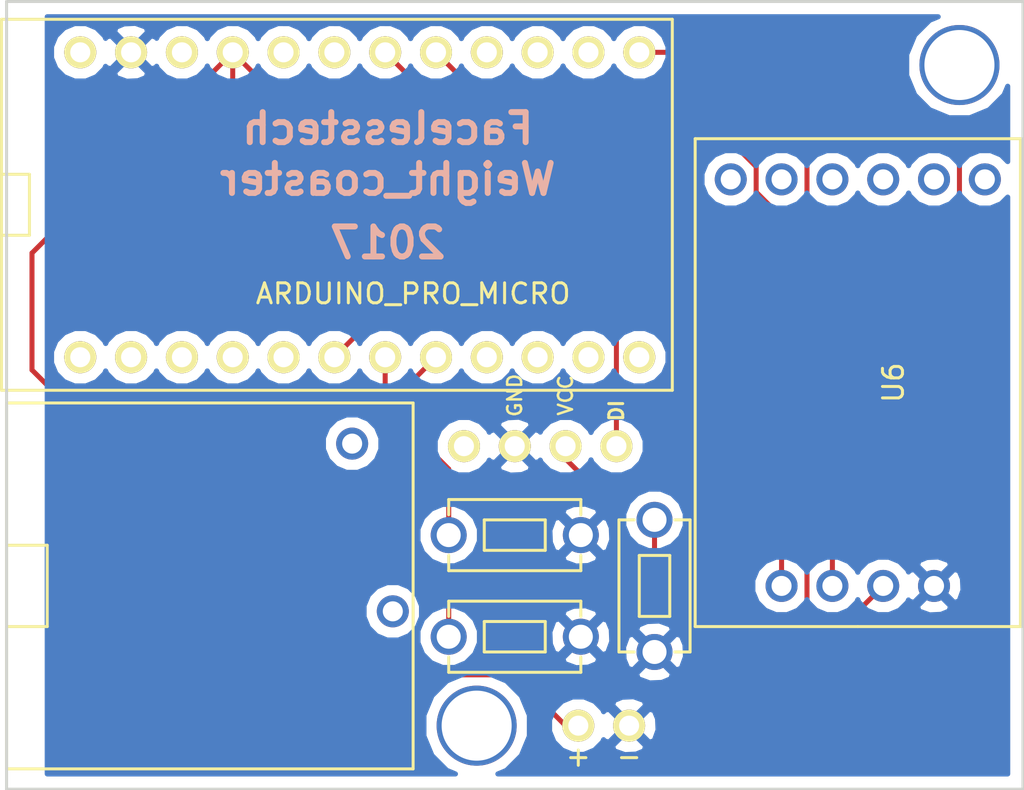
<source format=kicad_pcb>
(kicad_pcb (version 4) (host pcbnew 4.0.5+dfsg1-4)

  (general
    (links 15)
    (no_connects 0)
    (area 169.650999 85.512 224.909763 128.837)
    (thickness 1.6)
    (drawings 7)
    (tracks 60)
    (zones 0)
    (modules 10)
    (nets 36)
  )

  (page A4)
  (layers
    (0 F.Cu signal)
    (31 B.Cu signal)
    (32 B.Adhes user)
    (33 F.Adhes user)
    (34 B.Paste user)
    (35 F.Paste user)
    (36 B.SilkS user)
    (37 F.SilkS user)
    (38 B.Mask user)
    (39 F.Mask user)
    (40 Dwgs.User user)
    (41 Cmts.User user)
    (42 Eco1.User user)
    (43 Eco2.User user)
    (44 Edge.Cuts user)
    (45 Margin user)
    (46 B.CrtYd user)
    (47 F.CrtYd user)
    (48 B.Fab user)
    (49 F.Fab user)
  )

  (setup
    (last_trace_width 0.25)
    (trace_clearance 0.2)
    (zone_clearance 0.508)
    (zone_45_only no)
    (trace_min 0.2)
    (segment_width 0.2)
    (edge_width 0.15)
    (via_size 0.6)
    (via_drill 0.4)
    (via_min_size 0.4)
    (via_min_drill 0.3)
    (uvia_size 0.3)
    (uvia_drill 0.1)
    (uvias_allowed no)
    (uvia_min_size 0.2)
    (uvia_min_drill 0.1)
    (pcb_text_width 0.3)
    (pcb_text_size 1.5 1.5)
    (mod_edge_width 0.15)
    (mod_text_size 1 1)
    (mod_text_width 0.15)
    (pad_size 1.6 1.6)
    (pad_drill 1)
    (pad_to_mask_clearance 0.2)
    (aux_axis_origin 0 0)
    (visible_elements FFFFFF7F)
    (pcbplotparams
      (layerselection 0x010f0_80000001)
      (usegerberextensions false)
      (excludeedgelayer true)
      (linewidth 0.100000)
      (plotframeref false)
      (viasonmask false)
      (mode 1)
      (useauxorigin false)
      (hpglpennumber 1)
      (hpglpenspeed 20)
      (hpglpendiameter 15)
      (hpglpenoverlay 2)
      (psnegative false)
      (psa4output false)
      (plotreference true)
      (plotvalue true)
      (plotinvisibletext false)
      (padsonsilk false)
      (subtractmaskfromsilk false)
      (outputformat 1)
      (mirror false)
      (drillshape 0)
      (scaleselection 1)
      (outputdirectory gerber/))
  )

  (net 0 "")
  (net 1 "Net-(U1-Pad3)")
  (net 2 "Net-(U1-Pad2)")
  (net 3 "Net-(U1-Pad1)")
  (net 4 "Net-(U3-Pad12)")
  (net 5 "Net-(U3-Pad11)")
  (net 6 "Net-(U3-Pad13)")
  (net 7 "Net-(U3-Pad10)")
  (net 8 "Net-(U3-Pad9)")
  (net 9 "Net-(U3-Pad8)")
  (net 10 "Net-(U2-Pad2)")
  (net 11 "Net-(U3-Pad5)")
  (net 12 "Net-(U3-Pad4)")
  (net 13 "Net-(U3-Pad3)")
  (net 14 "Net-(U3-Pad2)")
  (net 15 "Net-(U3-Pad1)")
  (net 16 "Net-(U3-Pad14)")
  (net 17 "Net-(U3-Pad15)")
  (net 18 "Net-(U3-Pad16)")
  (net 19 "Net-(U3-Pad17)")
  (net 20 "Net-(U3-Pad18)")
  (net 21 "Net-(U3-Pad19)")
  (net 22 "Net-(U3-Pad20)")
  (net 23 "Net-(U3-Pad22)")
  (net 24 "Net-(U3-Pad24)")
  (net 25 "Net-(U6-Pad3)")
  (net 26 "Net-(U6-Pad2)")
  (net 27 "Net-(U6-Pad1)")
  (net 28 "Net-(U6-Pad5)")
  (net 29 "Net-(U6-Pad6)")
  (net 30 "Net-(U6-Pad4)")
  (net 31 "Net-(U1-Pad4)")
  (net 32 "Net-(U8-Pad1)")
  (net 33 "Net-(U8-Pad2)")
  (net 34 "Net-(U9-Pad1)")
  (net 35 "Net-(U10-Pad1)")

  (net_class Default "This is the default net class."
    (clearance 0.2)
    (trace_width 0.25)
    (via_dia 0.6)
    (via_drill 0.4)
    (uvia_dia 0.3)
    (uvia_drill 0.1)
    (add_net "Net-(U1-Pad1)")
    (add_net "Net-(U1-Pad2)")
    (add_net "Net-(U1-Pad3)")
    (add_net "Net-(U1-Pad4)")
    (add_net "Net-(U10-Pad1)")
    (add_net "Net-(U2-Pad2)")
    (add_net "Net-(U3-Pad1)")
    (add_net "Net-(U3-Pad10)")
    (add_net "Net-(U3-Pad11)")
    (add_net "Net-(U3-Pad12)")
    (add_net "Net-(U3-Pad13)")
    (add_net "Net-(U3-Pad14)")
    (add_net "Net-(U3-Pad15)")
    (add_net "Net-(U3-Pad16)")
    (add_net "Net-(U3-Pad17)")
    (add_net "Net-(U3-Pad18)")
    (add_net "Net-(U3-Pad19)")
    (add_net "Net-(U3-Pad2)")
    (add_net "Net-(U3-Pad20)")
    (add_net "Net-(U3-Pad22)")
    (add_net "Net-(U3-Pad24)")
    (add_net "Net-(U3-Pad3)")
    (add_net "Net-(U3-Pad4)")
    (add_net "Net-(U3-Pad5)")
    (add_net "Net-(U3-Pad8)")
    (add_net "Net-(U3-Pad9)")
    (add_net "Net-(U6-Pad1)")
    (add_net "Net-(U6-Pad2)")
    (add_net "Net-(U6-Pad3)")
    (add_net "Net-(U6-Pad4)")
    (add_net "Net-(U6-Pad5)")
    (add_net "Net-(U6-Pad6)")
    (add_net "Net-(U8-Pad1)")
    (add_net "Net-(U8-Pad2)")
    (add_net "Net-(U9-Pad1)")
  )

  (module hx711:hx711 (layer F.Cu) (tedit 599996DA) (tstamp 5999988F)
    (at 212.725 105.41 90)
    (path /5995D8F6)
    (fp_text reference U6 (at 0 1.778 90) (layer F.SilkS)
      (effects (font (size 1 1) (thickness 0.15)))
    )
    (fp_text value HX711 (at 0 -3.048 90) (layer F.Fab)
      (effects (font (size 1 1) (thickness 0.15)))
    )
    (fp_line (start -12.192 0) (end -12.192 -8.128) (layer F.SilkS) (width 0.15))
    (fp_line (start -12.192 -8.128) (end 12.192 -8.128) (layer F.SilkS) (width 0.15))
    (fp_line (start 12.192 -8.128) (end 12.192 8.128) (layer F.SilkS) (width 0.15))
    (fp_line (start 12.192 8.128) (end -12.192 8.128) (layer F.SilkS) (width 0.15))
    (fp_line (start -12.192 8.128) (end -12.192 0) (layer F.SilkS) (width 0.15))
    (pad 10 thru_hole circle (at -10.16 -3.81 90) (size 1.6 1.6) (drill 1) (layers *.Cu *.Mask)
      (net 2 "Net-(U1-Pad2)"))
    (pad 9 thru_hole circle (at -10.16 -1.27 90) (size 1.6 1.6) (drill 1) (layers *.Cu *.Mask)
      (net 19 "Net-(U3-Pad17)"))
    (pad 8 thru_hole circle (at -10.16 1.27 90) (size 1.6 1.6) (drill 1) (layers *.Cu *.Mask)
      (net 20 "Net-(U3-Pad18)"))
    (pad 7 thru_hole circle (at -10.16 3.81 90) (size 1.6 1.6) (drill 1) (layers *.Cu *.Mask)
      (net 1 "Net-(U1-Pad3)"))
    (pad 3 thru_hole circle (at 10.16 1.27 90) (size 1.6 1.6) (drill 1) (layers *.Cu *.Mask)
      (net 25 "Net-(U6-Pad3)"))
    (pad 2 thru_hole circle (at 10.16 3.81 90) (size 1.6 1.6) (drill 1) (layers *.Cu *.Mask)
      (net 26 "Net-(U6-Pad2)"))
    (pad 1 thru_hole circle (at 10.16 6.35 90) (size 1.6 1.6) (drill 1) (layers *.Cu *.Mask)
      (net 27 "Net-(U6-Pad1)"))
    (pad 5 thru_hole circle (at 10.16 -3.81 90) (size 1.6 1.6) (drill 1) (layers *.Cu *.Mask)
      (net 28 "Net-(U6-Pad5)"))
    (pad 6 thru_hole circle (at 10.16 -6.35 90) (size 1.6 1.6) (drill 1) (layers *.Cu *.Mask)
      (net 29 "Net-(U6-Pad6)"))
    (pad 4 thru_hole circle (at 10.16 -1.27 90) (size 1.6 1.6) (drill 1) (layers *.Cu *.Mask)
      (net 30 "Net-(U6-Pad4)"))
  )

  (module pound_shop_power_bank_custom:pound_shop_power_bank_custom (layer F.Cu) (tedit 59A2C56B) (tstamp 59A15CE1)
    (at 180.34 115.57 90)
    (path /59A15C8D)
    (fp_text reference U8 (at 12.446 0 180) (layer F.SilkS) hide
      (effects (font (size 1 1) (thickness 0.15)))
    )
    (fp_text value power_bank_board (at -12.192 0 180) (layer F.Fab) hide
      (effects (font (size 1 1) (thickness 0.15)))
    )
    (fp_line (start -2.032 -10.16) (end -2.032 -8.128) (layer F.SilkS) (width 0.15))
    (fp_line (start -2.032 -8.128) (end 2.032 -8.128) (layer F.SilkS) (width 0.15))
    (fp_line (start 2.032 -8.128) (end 2.032 -10.16) (layer F.SilkS) (width 0.15))
    (fp_line (start -9.144 -10.16) (end -9.144 10.16) (layer F.SilkS) (width 0.15))
    (fp_line (start -9.144 10.16) (end 9.144 10.16) (layer F.SilkS) (width 0.15))
    (fp_line (start 9.144 10.16) (end 9.144 -10.16) (layer F.SilkS) (width 0.15))
    (fp_line (start 9.144 -10.16) (end -9.144 -10.16) (layer F.SilkS) (width 0.15))
    (pad 1 thru_hole circle (at 7.112 7.112 90) (size 1.6 1.6) (drill 1) (layers *.Cu *.Mask)
      (net 32 "Net-(U8-Pad1)"))
    (pad 2 thru_hole circle (at -1.27 9.144 90) (size 1.6 1.6) (drill 1) (layers *.Cu *.Mask)
      (net 33 "Net-(U8-Pad2)"))
  )

  (module small_button_2pin_custom:small_button_2pin_custom (layer F.Cu) (tedit 59A2CC2B) (tstamp 59998F24)
    (at 195.58 118.11)
    (path /599726D5)
    (fp_text reference U2 (at -0.254 4.064) (layer F.SilkS) hide
      (effects (font (size 1 1) (thickness 0.15)))
    )
    (fp_text value push_button (at 0 -3.302) (layer F.Fab) hide
      (effects (font (size 1 1) (thickness 0.15)))
    )
    (fp_line (start -1.524 -0.762) (end -1.524 0.762) (layer F.SilkS) (width 0.15))
    (fp_line (start -1.524 0.762) (end 1.524 0.762) (layer F.SilkS) (width 0.15))
    (fp_line (start 1.524 0.762) (end 1.524 -0.762) (layer F.SilkS) (width 0.15))
    (fp_line (start 1.524 -0.762) (end -1.524 -0.762) (layer F.SilkS) (width 0.15))
    (fp_line (start -3.302 1.016) (end -3.302 1.778) (layer F.SilkS) (width 0.15))
    (fp_line (start -3.302 1.778) (end 3.302 1.778) (layer F.SilkS) (width 0.15))
    (fp_line (start 3.302 1.778) (end 3.302 1.016) (layer F.SilkS) (width 0.15))
    (fp_line (start -3.302 -1.778) (end -3.302 -1.016) (layer F.SilkS) (width 0.15))
    (fp_line (start -3.302 -1.778) (end 3.302 -1.778) (layer F.SilkS) (width 0.15))
    (fp_line (start 3.302 -1.778) (end 3.302 -1.016) (layer F.SilkS) (width 0.15))
    (pad 1 thru_hole circle (at 3.302 0) (size 1.8 1.8) (drill 1.2) (layers *.Cu *.Mask)
      (net 1 "Net-(U1-Pad3)"))
    (pad 2 thru_hole circle (at -3.302 0) (size 1.8 1.8) (drill 1.2) (layers *.Cu *.Mask)
      (net 10 "Net-(U2-Pad2)"))
  )

  (module arduino_leonard_custom:arduino_leonardo (layer F.Cu) (tedit 59A2C657) (tstamp 59998631)
    (at 186.69 96.52 90)
    (path /5994A629)
    (fp_text reference U3 (at 3.175 0 180) (layer F.SilkS) hide
      (effects (font (size 1 1) (thickness 0.15)))
    )
    (fp_text value ARDUINO_PRO_MICRO (at -4.445 3.81 180) (layer F.SilkS)
      (effects (font (size 1 1) (thickness 0.15)))
    )
    (fp_line (start -1.524 -16.764) (end -1.524 -15.367) (layer F.SilkS) (width 0.15))
    (fp_line (start -1.524 -15.367) (end 1.524 -15.367) (layer F.SilkS) (width 0.15))
    (fp_line (start 1.524 -15.367) (end 1.524 -16.764) (layer F.SilkS) (width 0.15))
    (fp_line (start 9.144 -16.764) (end 9.271 -16.764) (layer F.SilkS) (width 0.15))
    (fp_line (start 9.271 -16.764) (end 9.271 16.764) (layer F.SilkS) (width 0.15))
    (fp_line (start 9.271 16.764) (end -9.271 16.764) (layer F.SilkS) (width 0.15))
    (fp_line (start -9.271 16.764) (end -9.271 -16.764) (layer F.SilkS) (width 0.15))
    (fp_line (start -9.271 -16.764) (end 9.144 -16.764) (layer F.SilkS) (width 0.15))
    (pad 12 thru_hole circle (at -7.62 15.113 90) (size 1.6 1.6) (drill 1) (layers *.Cu *.Mask F.SilkS)
      (net 4 "Net-(U3-Pad12)"))
    (pad 11 thru_hole circle (at -7.62 12.573 90) (size 1.6 1.6) (drill 1) (layers *.Cu *.Mask F.SilkS)
      (net 5 "Net-(U3-Pad11)"))
    (pad 13 thru_hole circle (at 7.62 15.113 90) (size 1.6 1.6) (drill 1) (layers *.Cu *.Mask F.SilkS)
      (net 6 "Net-(U3-Pad13)"))
    (pad 10 thru_hole circle (at -7.62 10.033 90) (size 1.6 1.6) (drill 1) (layers *.Cu *.Mask F.SilkS)
      (net 7 "Net-(U3-Pad10)"))
    (pad 9 thru_hole circle (at -7.62 7.493 90) (size 1.6 1.6) (drill 1) (layers *.Cu *.Mask F.SilkS)
      (net 8 "Net-(U3-Pad9)"))
    (pad 8 thru_hole circle (at -7.62 4.953 90) (size 1.6 1.6) (drill 1) (layers *.Cu *.Mask F.SilkS)
      (net 9 "Net-(U3-Pad8)"))
    (pad 7 thru_hole circle (at -7.62 2.413 90) (size 1.6 1.6) (drill 1) (layers *.Cu *.Mask F.SilkS)
      (net 10 "Net-(U2-Pad2)"))
    (pad 6 thru_hole circle (at -7.62 -0.127 90) (size 1.6 1.6) (drill 1) (layers *.Cu *.Mask F.SilkS)
      (net 3 "Net-(U1-Pad1)"))
    (pad 5 thru_hole circle (at -7.62 -2.667 90) (size 1.6 1.6) (drill 1) (layers *.Cu *.Mask F.SilkS)
      (net 11 "Net-(U3-Pad5)"))
    (pad 4 thru_hole circle (at -7.62 -5.207 90) (size 1.6 1.6) (drill 1) (layers *.Cu *.Mask F.SilkS)
      (net 12 "Net-(U3-Pad4)"))
    (pad 3 thru_hole circle (at -7.62 -7.747 90) (size 1.6 1.6) (drill 1) (layers *.Cu *.Mask F.SilkS)
      (net 13 "Net-(U3-Pad3)"))
    (pad 2 thru_hole circle (at -7.62 -10.287 90) (size 1.6 1.6) (drill 1) (layers *.Cu *.Mask F.SilkS)
      (net 14 "Net-(U3-Pad2)"))
    (pad 1 thru_hole circle (at -7.62 -12.827 90) (size 1.6 1.6) (drill 1) (layers *.Cu *.Mask F.SilkS)
      (net 15 "Net-(U3-Pad1)"))
    (pad 14 thru_hole circle (at 7.62 12.573 90) (size 1.6 1.6) (drill 1) (layers *.Cu *.Mask F.SilkS)
      (net 16 "Net-(U3-Pad14)"))
    (pad 15 thru_hole circle (at 7.62 10.033 90) (size 1.6 1.6) (drill 1) (layers *.Cu *.Mask F.SilkS)
      (net 17 "Net-(U3-Pad15)"))
    (pad 16 thru_hole circle (at 7.62 7.493 90) (size 1.6 1.6) (drill 1) (layers *.Cu *.Mask F.SilkS)
      (net 18 "Net-(U3-Pad16)"))
    (pad 17 thru_hole circle (at 7.62 4.953 90) (size 1.6 1.6) (drill 1) (layers *.Cu *.Mask F.SilkS)
      (net 19 "Net-(U3-Pad17)"))
    (pad 18 thru_hole circle (at 7.62 2.413 90) (size 1.6 1.6) (drill 1) (layers *.Cu *.Mask F.SilkS)
      (net 20 "Net-(U3-Pad18)"))
    (pad 19 thru_hole circle (at 7.62 -0.127 90) (size 1.6 1.6) (drill 1) (layers *.Cu *.Mask F.SilkS)
      (net 21 "Net-(U3-Pad19)"))
    (pad 20 thru_hole circle (at 7.62 -2.667 90) (size 1.6 1.6) (drill 1) (layers *.Cu *.Mask F.SilkS)
      (net 22 "Net-(U3-Pad20)"))
    (pad 21 thru_hole circle (at 7.62 -5.207 90) (size 1.6 1.6) (drill 1) (layers *.Cu *.Mask F.SilkS)
      (net 2 "Net-(U1-Pad2)"))
    (pad 22 thru_hole circle (at 7.62 -7.747 90) (size 1.6 1.6) (drill 1) (layers *.Cu *.Mask F.SilkS)
      (net 23 "Net-(U3-Pad22)"))
    (pad 23 thru_hole circle (at 7.62 -10.287 90) (size 1.6 1.6) (drill 1) (layers *.Cu *.Mask F.SilkS)
      (net 1 "Net-(U1-Pad3)"))
    (pad 24 thru_hole circle (at 7.62 -12.827 90) (size 1.6 1.6) (drill 1) (layers *.Cu *.Mask F.SilkS)
      (net 24 "Net-(U3-Pad24)"))
  )

  (module small_button_2pin_custom:small_button_2pin_custom (layer F.Cu) (tedit 59A2C54B) (tstamp 59998F34)
    (at 195.58 113.03)
    (path /59972651)
    (fp_text reference U4 (at -0.254 4.064) (layer F.SilkS) hide
      (effects (font (size 1 1) (thickness 0.15)))
    )
    (fp_text value push_button (at 0 -3.302) (layer F.Fab) hide
      (effects (font (size 1 1) (thickness 0.15)))
    )
    (fp_line (start -1.524 -0.762) (end -1.524 0.762) (layer F.SilkS) (width 0.15))
    (fp_line (start -1.524 0.762) (end 1.524 0.762) (layer F.SilkS) (width 0.15))
    (fp_line (start 1.524 0.762) (end 1.524 -0.762) (layer F.SilkS) (width 0.15))
    (fp_line (start 1.524 -0.762) (end -1.524 -0.762) (layer F.SilkS) (width 0.15))
    (fp_line (start -3.302 1.016) (end -3.302 1.778) (layer F.SilkS) (width 0.15))
    (fp_line (start -3.302 1.778) (end 3.302 1.778) (layer F.SilkS) (width 0.15))
    (fp_line (start 3.302 1.778) (end 3.302 1.016) (layer F.SilkS) (width 0.15))
    (fp_line (start -3.302 -1.778) (end -3.302 -1.016) (layer F.SilkS) (width 0.15))
    (fp_line (start -3.302 -1.778) (end 3.302 -1.778) (layer F.SilkS) (width 0.15))
    (fp_line (start 3.302 -1.778) (end 3.302 -1.016) (layer F.SilkS) (width 0.15))
    (pad 1 thru_hole circle (at 3.302 0) (size 1.8 1.8) (drill 1.2) (layers *.Cu *.Mask)
      (net 1 "Net-(U1-Pad3)"))
    (pad 2 thru_hole circle (at -3.302 0) (size 1.8 1.8) (drill 1.2) (layers *.Cu *.Mask)
      (net 9 "Net-(U3-Pad8)"))
  )

  (module small_button_2pin_custom:small_button_2pin_custom (layer F.Cu) (tedit 59A2C55B) (tstamp 59998F44)
    (at 202.565 115.57 90)
    (path /59972718)
    (fp_text reference U5 (at -0.254 4.064 90) (layer F.SilkS) hide
      (effects (font (size 1 1) (thickness 0.15)))
    )
    (fp_text value push_button (at 0 -3.302 90) (layer F.Fab) hide
      (effects (font (size 1 1) (thickness 0.15)))
    )
    (fp_line (start -1.524 -0.762) (end -1.524 0.762) (layer F.SilkS) (width 0.15))
    (fp_line (start -1.524 0.762) (end 1.524 0.762) (layer F.SilkS) (width 0.15))
    (fp_line (start 1.524 0.762) (end 1.524 -0.762) (layer F.SilkS) (width 0.15))
    (fp_line (start 1.524 -0.762) (end -1.524 -0.762) (layer F.SilkS) (width 0.15))
    (fp_line (start -3.302 1.016) (end -3.302 1.778) (layer F.SilkS) (width 0.15))
    (fp_line (start -3.302 1.778) (end 3.302 1.778) (layer F.SilkS) (width 0.15))
    (fp_line (start 3.302 1.778) (end 3.302 1.016) (layer F.SilkS) (width 0.15))
    (fp_line (start -3.302 -1.778) (end -3.302 -1.016) (layer F.SilkS) (width 0.15))
    (fp_line (start -3.302 -1.778) (end 3.302 -1.778) (layer F.SilkS) (width 0.15))
    (fp_line (start 3.302 -1.778) (end 3.302 -1.016) (layer F.SilkS) (width 0.15))
    (pad 1 thru_hole circle (at 3.302 0 90) (size 1.8 1.8) (drill 1.2) (layers *.Cu *.Mask)
      (net 6 "Net-(U3-Pad13)"))
    (pad 2 thru_hole circle (at -3.302 0 90) (size 1.8 1.8) (drill 1.2) (layers *.Cu *.Mask)
      (net 1 "Net-(U1-Pad3)"))
  )

  (module power_connector_custom:Power_connector (layer F.Cu) (tedit 59A2C578) (tstamp 5999CBAA)
    (at 200.025 122.555 180)
    (path /5999C56C)
    (fp_text reference U7 (at 0 2.032 180) (layer F.SilkS) hide
      (effects (font (size 1 1) (thickness 0.15)))
    )
    (fp_text value battery_custom (at 0 -2.794 180) (layer F.Fab) hide
      (effects (font (size 1 1) (thickness 0.15)))
    )
    (fp_text user + (at 1.27 -1.524 180) (layer F.SilkS)
      (effects (font (size 1 1) (thickness 0.15)))
    )
    (fp_text user - (at -1.27 -1.524 180) (layer F.SilkS)
      (effects (font (size 1 1) (thickness 0.15)))
    )
    (pad 1 thru_hole circle (at -1.27 0 180) (size 1.6 1.6) (drill 1) (layers *.Cu *.Mask F.SilkS)
      (net 1 "Net-(U1-Pad3)"))
    (pad 2 thru_hole circle (at 1.27 0 180) (size 1.6 1.6) (drill 1) (layers *.Cu *.Mask F.SilkS)
      (net 2 "Net-(U1-Pad2)"))
  )

  (module ws2812:ws2812_custom (layer F.Cu) (tedit 59A2CC37) (tstamp 5999D112)
    (at 196.85 123.825)
    (path /5997269A)
    (fp_text reference U1 (at 0 -20.574) (layer F.SilkS) hide
      (effects (font (size 1 1) (thickness 0.15)))
    )
    (fp_text value WS2812_RING (at 0 -12.7) (layer F.SilkS) hide
      (effects (font (size 1 1) (thickness 0.15)))
    )
    (fp_text user GND (at -1.27 -17.78 90) (layer F.SilkS)
      (effects (font (size 0.7 0.7) (thickness 0.125)))
    )
    (fp_text user VCC (at 1.27 -17.78 90) (layer F.SilkS)
      (effects (font (size 0.7 0.7) (thickness 0.125)))
    )
    (fp_text user DI (at 3.81 -17.018 90) (layer F.SilkS)
      (effects (font (size 0.7 0.7) (thickness 0.15)))
    )
    (pad 3 thru_hole circle (at -1.27 -15.24) (size 1.6 1.6) (drill 1) (layers *.Cu *.Mask F.SilkS)
      (net 1 "Net-(U1-Pad3)"))
    (pad 2 thru_hole circle (at 1.27 -15.24) (size 1.6 1.6) (drill 1) (layers *.Cu *.Mask F.SilkS)
      (net 2 "Net-(U1-Pad2)"))
    (pad 4 thru_hole circle (at -3.81 -15.24) (size 1.6 1.6) (drill 1) (layers *.Cu *.Mask F.SilkS)
      (net 31 "Net-(U1-Pad4)"))
    (pad 1 thru_hole circle (at 3.81 -15.24) (size 1.6 1.6) (drill 1) (layers *.Cu *.Mask F.SilkS)
      (net 3 "Net-(U1-Pad1)"))
  )

  (module mount_pin_custom:mount_pin_custom (layer F.Cu) (tedit 59A2C57B) (tstamp 59AC967B)
    (at 193.675 122.555)
    (path /59A2B781)
    (fp_text reference U9 (at 0 2.794) (layer F.SilkS) hide
      (effects (font (size 1 1) (thickness 0.15)))
    )
    (fp_text value monut_pin_custom (at 0 -3.048) (layer F.Fab) hide
      (effects (font (size 1 1) (thickness 0.15)))
    )
    (pad 1 thru_hole circle (at 0 0) (size 4 4) (drill 3.5) (layers *.Cu *.Mask)
      (net 34 "Net-(U9-Pad1)"))
  )

  (module mount_pin_custom:mount_pin_custom (layer F.Cu) (tedit 59A2C532) (tstamp 59AC9680)
    (at 217.805 89.535)
    (path /59A2B73A)
    (fp_text reference U10 (at 0 2.794) (layer F.SilkS) hide
      (effects (font (size 1 1) (thickness 0.15)))
    )
    (fp_text value monut_pin_custom (at 0 -3.048) (layer F.Fab) hide
      (effects (font (size 1 1) (thickness 0.15)))
    )
    (pad 1 thru_hole circle (at 0 0) (size 4 4) (drill 3.5) (layers *.Cu *.Mask)
      (net 35 "Net-(U10-Pad1)"))
  )

  (gr_text 2017 (at 189.23 98.425) (layer B.SilkS)
    (effects (font (size 1.5 1.5) (thickness 0.3)) (justify mirror))
  )
  (gr_text Weight_coaster (at 189.23 95.25) (layer B.SilkS)
    (effects (font (size 1.5 1.5) (thickness 0.3)) (justify mirror))
  )
  (gr_text Facelesstech (at 189.23 92.71) (layer B.SilkS)
    (effects (font (size 1.5 1.5) (thickness 0.3)) (justify mirror))
  )
  (gr_line (start 170.18 86.36) (end 170.18 125.73) (angle 90) (layer Edge.Cuts) (width 0.15))
  (gr_line (start 220.98 86.36) (end 170.18 86.36) (angle 90) (layer Edge.Cuts) (width 0.15))
  (gr_line (start 220.98 125.73) (end 220.98 86.36) (angle 90) (layer Edge.Cuts) (width 0.15))
  (gr_line (start 170.18 125.73) (end 220.98 125.73) (angle 90) (layer Edge.Cuts) (width 0.15))

  (segment (start 198.12 108.585) (end 198.12 109.22) (width 0.25) (layer F.Cu) (net 2))
  (segment (start 198.12 109.22) (end 199.39 110.49) (width 0.25) (layer F.Cu) (net 2) (tstamp 59AC979F))
  (segment (start 199.39 110.49) (end 201.93 110.49) (width 0.25) (layer F.Cu) (net 2) (tstamp 59AC97A0))
  (segment (start 201.93 110.49) (end 205.105 107.315) (width 0.25) (layer F.Cu) (net 2) (tstamp 59AC97A2))
  (segment (start 205.105 107.315) (end 205.105 99.06) (width 0.25) (layer F.Cu) (net 2) (tstamp 59AC97A4))
  (segment (start 205.105 99.06) (end 200.66 94.615) (width 0.25) (layer F.Cu) (net 2) (tstamp 59AC97A6))
  (segment (start 200.66 94.615) (end 183.515 94.615) (width 0.25) (layer F.Cu) (net 2) (tstamp 59AC97A7))
  (segment (start 183.515 94.615) (end 181.483 92.583) (width 0.25) (layer F.Cu) (net 2) (tstamp 59AC97A9))
  (segment (start 181.483 92.583) (end 181.483 88.9) (width 0.25) (layer F.Cu) (net 2) (tstamp 59AC97AB))
  (segment (start 208.915 115.57) (end 208.915 109.855) (width 0.25) (layer F.Cu) (net 2))
  (segment (start 208.915 106.045) (end 208.915 100.965) (width 0.25) (layer F.Cu) (net 2))
  (segment (start 200.66 92.71) (end 185.293 92.71) (width 0.25) (layer F.Cu) (net 2) (tstamp 59999E8A))
  (segment (start 208.915 100.965) (end 200.66 92.71) (width 0.25) (layer F.Cu) (net 2) (tstamp 59999E88))
  (segment (start 208.915 109.855) (end 208.915 106.045) (width 0.25) (layer F.Cu) (net 2))
  (segment (start 198.755 122.555) (end 198.12 122.555) (width 0.25) (layer F.Cu) (net 2))
  (segment (start 198.12 122.555) (end 195.58 120.015) (width 0.25) (layer F.Cu) (net 2) (tstamp 59AC96A2))
  (segment (start 195.58 120.015) (end 186.69 120.015) (width 0.25) (layer F.Cu) (net 2) (tstamp 59AC96A3))
  (segment (start 186.69 120.015) (end 171.45 104.775) (width 0.25) (layer F.Cu) (net 2) (tstamp 59AC96A5))
  (segment (start 171.45 104.775) (end 171.45 98.933) (width 0.25) (layer F.Cu) (net 2) (tstamp 59AC96A7))
  (segment (start 171.45 98.933) (end 181.483 88.9) (width 0.25) (layer F.Cu) (net 2) (tstamp 59AC96A9))
  (segment (start 185.293 92.71) (end 181.483 88.9) (width 0.25) (layer F.Cu) (net 2) (tstamp 59999E8C))
  (segment (start 200.66 108.585) (end 200.66 101.6) (width 0.25) (layer F.Cu) (net 3))
  (segment (start 189.738 100.965) (end 186.563 104.14) (width 0.25) (layer F.Cu) (net 3) (tstamp 59AC97B4))
  (segment (start 200.025 100.965) (end 189.738 100.965) (width 0.25) (layer F.Cu) (net 3) (tstamp 59AC97B3))
  (segment (start 200.66 101.6) (end 200.025 100.965) (width 0.25) (layer F.Cu) (net 3) (tstamp 59AC97B2))
  (segment (start 202.565 112.268) (end 202.565 114.3) (width 0.25) (layer F.Cu) (net 6))
  (segment (start 212.725 88.9) (end 201.803 88.9) (width 0.25) (layer F.Cu) (net 6) (tstamp 59AC96EB))
  (segment (start 217.805 93.98) (end 212.725 88.9) (width 0.25) (layer F.Cu) (net 6) (tstamp 59AC96E9))
  (segment (start 217.805 97.155) (end 217.805 93.98) (width 0.25) (layer F.Cu) (net 6) (tstamp 59AC96E7))
  (segment (start 219.71 99.06) (end 217.805 97.155) (width 0.25) (layer F.Cu) (net 6) (tstamp 59AC96E5))
  (segment (start 219.71 115.57) (end 219.71 99.06) (width 0.25) (layer F.Cu) (net 6) (tstamp 59AC96E3))
  (segment (start 217.17 118.11) (end 219.71 115.57) (width 0.25) (layer F.Cu) (net 6) (tstamp 59AC96E1))
  (segment (start 206.375 118.11) (end 217.17 118.11) (width 0.25) (layer F.Cu) (net 6) (tstamp 59AC96DF))
  (segment (start 202.565 114.3) (end 206.375 118.11) (width 0.25) (layer F.Cu) (net 6) (tstamp 59AC96DD))
  (segment (start 192.278 113.03) (end 192.278 109.728) (width 0.25) (layer F.Cu) (net 9))
  (segment (start 190.5 105.283) (end 191.643 104.14) (width 0.25) (layer F.Cu) (net 9) (tstamp 59A16BB1))
  (segment (start 190.5 107.95) (end 190.5 105.283) (width 0.25) (layer F.Cu) (net 9) (tstamp 59A16BAF))
  (segment (start 192.278 109.728) (end 190.5 107.95) (width 0.25) (layer F.Cu) (net 9) (tstamp 59A16BAE))
  (segment (start 192.278 116.078) (end 192.278 118.11) (width 0.25) (layer F.Cu) (net 10) (tstamp 59A16BB9))
  (segment (start 190.5 114.3) (end 192.278 116.078) (width 0.25) (layer F.Cu) (net 10) (tstamp 59A16BB7))
  (segment (start 190.5 110.49) (end 190.5 114.3) (width 0.25) (layer F.Cu) (net 10) (tstamp 59A16BB5))
  (segment (start 189.103 104.14) (end 189.103 109.093) (width 0.25) (layer F.Cu) (net 10))
  (segment (start 189.103 109.093) (end 190.5 110.49) (width 0.25) (layer F.Cu) (net 10) (tstamp 59A16BB4))
  (segment (start 211.455 115.57) (end 211.455 98.425) (width 0.25) (layer F.Cu) (net 19))
  (segment (start 193.548 90.805) (end 191.643 88.9) (width 0.25) (layer F.Cu) (net 19) (tstamp 59AC96F9))
  (segment (start 207.645 90.805) (end 193.548 90.805) (width 0.25) (layer F.Cu) (net 19) (tstamp 59AC96F7))
  (segment (start 210.185 93.345) (end 207.645 90.805) (width 0.25) (layer F.Cu) (net 19) (tstamp 59AC96F6))
  (segment (start 210.185 97.155) (end 210.185 93.345) (width 0.25) (layer F.Cu) (net 19) (tstamp 59AC96F4))
  (segment (start 211.455 98.425) (end 210.185 97.155) (width 0.25) (layer F.Cu) (net 19) (tstamp 59AC96F2))
  (segment (start 191.643 88.9) (end 191.643 89.408) (width 0.25) (layer F.Cu) (net 19))
  (segment (start 213.995 115.57) (end 212.725 116.84) (width 0.25) (layer F.Cu) (net 20))
  (segment (start 191.643 91.44) (end 189.103 88.9) (width 0.25) (layer F.Cu) (net 20) (tstamp 59AC9719))
  (segment (start 204.47 91.44) (end 191.643 91.44) (width 0.25) (layer F.Cu) (net 20) (tstamp 59AC9717))
  (segment (start 207.645 94.615) (end 204.47 91.44) (width 0.25) (layer F.Cu) (net 20) (tstamp 59AC9715))
  (segment (start 207.645 95.885) (end 207.645 94.615) (width 0.25) (layer F.Cu) (net 20) (tstamp 59AC9714))
  (segment (start 210.185 98.425) (end 207.645 95.885) (width 0.25) (layer F.Cu) (net 20) (tstamp 59AC9713))
  (segment (start 210.185 115.57) (end 210.185 98.425) (width 0.25) (layer F.Cu) (net 20) (tstamp 59AC9712))
  (segment (start 210.185 117.475) (end 210.185 115.57) (width 0.25) (layer F.Cu) (net 20) (tstamp 59AC9711))
  (segment (start 212.09 117.475) (end 210.185 117.475) (width 0.25) (layer F.Cu) (net 20) (tstamp 59AC9710))
  (segment (start 212.725 116.84) (end 212.09 117.475) (width 0.25) (layer F.Cu) (net 20) (tstamp 59AC970F))

  (zone (net 1) (net_name "Net-(U1-Pad3)") (layer B.Cu) (tstamp 59AC972C) (hatch edge 0.508)
    (connect_pads (clearance 0.508))
    (min_thickness 0.254)
    (fill yes (arc_segments 16) (thermal_gap 0.508) (thermal_bridge_width 0.508))
    (polygon
      (pts
        (xy 220.345 125.095) (xy 172.085 125.095) (xy 172.085 86.995) (xy 220.345 86.995)
      )
    )
    (filled_polygon
      (pts
        (xy 216.314342 87.299853) (xy 215.572458 88.040443) (xy 215.170458 89.008567) (xy 215.169543 90.056834) (xy 215.569853 91.025658)
        (xy 216.310443 91.767542) (xy 217.278567 92.169542) (xy 218.326834 92.170457) (xy 219.295658 91.770147) (xy 220.037542 91.029557)
        (xy 220.218 90.594966) (xy 220.218 94.363827) (xy 219.888923 94.034176) (xy 219.361691 93.81525) (xy 218.790813 93.814752)
        (xy 218.2632 94.032757) (xy 217.859176 94.436077) (xy 217.805138 94.566215) (xy 217.752243 94.4382) (xy 217.348923 94.034176)
        (xy 216.821691 93.81525) (xy 216.250813 93.814752) (xy 215.7232 94.032757) (xy 215.319176 94.436077) (xy 215.265138 94.566215)
        (xy 215.212243 94.4382) (xy 214.808923 94.034176) (xy 214.281691 93.81525) (xy 213.710813 93.814752) (xy 213.1832 94.032757)
        (xy 212.779176 94.436077) (xy 212.725138 94.566215) (xy 212.672243 94.4382) (xy 212.268923 94.034176) (xy 211.741691 93.81525)
        (xy 211.170813 93.814752) (xy 210.6432 94.032757) (xy 210.239176 94.436077) (xy 210.185138 94.566215) (xy 210.132243 94.4382)
        (xy 209.728923 94.034176) (xy 209.201691 93.81525) (xy 208.630813 93.814752) (xy 208.1032 94.032757) (xy 207.699176 94.436077)
        (xy 207.645138 94.566215) (xy 207.592243 94.4382) (xy 207.188923 94.034176) (xy 206.661691 93.81525) (xy 206.090813 93.814752)
        (xy 205.5632 94.032757) (xy 205.159176 94.436077) (xy 204.94025 94.963309) (xy 204.939752 95.534187) (xy 205.157757 96.0618)
        (xy 205.561077 96.465824) (xy 206.088309 96.68475) (xy 206.659187 96.685248) (xy 207.1868 96.467243) (xy 207.590824 96.063923)
        (xy 207.644862 95.933785) (xy 207.697757 96.0618) (xy 208.101077 96.465824) (xy 208.628309 96.68475) (xy 209.199187 96.685248)
        (xy 209.7268 96.467243) (xy 210.130824 96.063923) (xy 210.184862 95.933785) (xy 210.237757 96.0618) (xy 210.641077 96.465824)
        (xy 211.168309 96.68475) (xy 211.739187 96.685248) (xy 212.2668 96.467243) (xy 212.670824 96.063923) (xy 212.724862 95.933785)
        (xy 212.777757 96.0618) (xy 213.181077 96.465824) (xy 213.708309 96.68475) (xy 214.279187 96.685248) (xy 214.8068 96.467243)
        (xy 215.210824 96.063923) (xy 215.264862 95.933785) (xy 215.317757 96.0618) (xy 215.721077 96.465824) (xy 216.248309 96.68475)
        (xy 216.819187 96.685248) (xy 217.3468 96.467243) (xy 217.750824 96.063923) (xy 217.804862 95.933785) (xy 217.857757 96.0618)
        (xy 218.261077 96.465824) (xy 218.788309 96.68475) (xy 219.359187 96.685248) (xy 219.8868 96.467243) (xy 220.218 96.13662)
        (xy 220.218 124.968) (xy 194.735221 124.968) (xy 195.165658 124.790147) (xy 195.907542 124.049557) (xy 196.309542 123.081433)
        (xy 196.309753 122.839187) (xy 197.319752 122.839187) (xy 197.537757 123.3668) (xy 197.941077 123.770824) (xy 198.468309 123.98975)
        (xy 199.039187 123.990248) (xy 199.5668 123.772243) (xy 199.776663 123.562745) (xy 200.466861 123.562745) (xy 200.540995 123.808864)
        (xy 201.078223 124.001965) (xy 201.648454 123.974778) (xy 202.049005 123.808864) (xy 202.123139 123.562745) (xy 201.295 122.734605)
        (xy 200.466861 123.562745) (xy 199.776663 123.562745) (xy 199.970824 123.368923) (xy 200.018448 123.254232) (xy 200.041136 123.309005)
        (xy 200.287255 123.383139) (xy 201.115395 122.555) (xy 201.474605 122.555) (xy 202.302745 123.383139) (xy 202.548864 123.309005)
        (xy 202.741965 122.771777) (xy 202.714778 122.201546) (xy 202.548864 121.800995) (xy 202.302745 121.726861) (xy 201.474605 122.555)
        (xy 201.115395 122.555) (xy 200.287255 121.726861) (xy 200.041136 121.800995) (xy 200.020195 121.859254) (xy 199.972243 121.7432)
        (xy 199.77664 121.547255) (xy 200.466861 121.547255) (xy 201.295 122.375395) (xy 202.123139 121.547255) (xy 202.049005 121.301136)
        (xy 201.511777 121.108035) (xy 200.941546 121.135222) (xy 200.540995 121.301136) (xy 200.466861 121.547255) (xy 199.77664 121.547255)
        (xy 199.568923 121.339176) (xy 199.041691 121.12025) (xy 198.470813 121.119752) (xy 197.9432 121.337757) (xy 197.539176 121.741077)
        (xy 197.32025 122.268309) (xy 197.319752 122.839187) (xy 196.309753 122.839187) (xy 196.310457 122.033166) (xy 195.910147 121.064342)
        (xy 195.169557 120.322458) (xy 194.277778 119.952159) (xy 201.664446 119.952159) (xy 201.750852 120.208643) (xy 202.324336 120.418458)
        (xy 202.93446 120.392839) (xy 203.379148 120.208643) (xy 203.465554 119.952159) (xy 202.565 119.051605) (xy 201.664446 119.952159)
        (xy 194.277778 119.952159) (xy 194.201433 119.920458) (xy 193.153166 119.919543) (xy 192.184342 120.319853) (xy 191.442458 121.060443)
        (xy 191.040458 122.028567) (xy 191.039543 123.076834) (xy 191.439853 124.045658) (xy 192.180443 124.787542) (xy 192.615034 124.968)
        (xy 172.212 124.968) (xy 172.212 118.413991) (xy 190.742735 118.413991) (xy 190.975932 118.978371) (xy 191.407357 119.410551)
        (xy 191.97133 119.644733) (xy 192.581991 119.645265) (xy 193.146371 119.412068) (xy 193.368668 119.190159) (xy 197.981446 119.190159)
        (xy 198.067852 119.446643) (xy 198.641336 119.656458) (xy 199.25146 119.630839) (xy 199.696148 119.446643) (xy 199.782554 119.190159)
        (xy 198.882 118.289605) (xy 197.981446 119.190159) (xy 193.368668 119.190159) (xy 193.578551 118.980643) (xy 193.812733 118.41667)
        (xy 193.813209 117.869336) (xy 197.335542 117.869336) (xy 197.361161 118.47946) (xy 197.545357 118.924148) (xy 197.801841 119.010554)
        (xy 198.702395 118.11) (xy 199.061605 118.11) (xy 199.962159 119.010554) (xy 200.218643 118.924148) (xy 200.325771 118.631336)
        (xy 201.018542 118.631336) (xy 201.044161 119.24146) (xy 201.228357 119.686148) (xy 201.484841 119.772554) (xy 202.385395 118.872)
        (xy 202.744605 118.872) (xy 203.645159 119.772554) (xy 203.901643 119.686148) (xy 204.111458 119.112664) (xy 204.085839 118.50254)
        (xy 203.901643 118.057852) (xy 203.645159 117.971446) (xy 202.744605 118.872) (xy 202.385395 118.872) (xy 201.484841 117.971446)
        (xy 201.228357 118.057852) (xy 201.018542 118.631336) (xy 200.325771 118.631336) (xy 200.428458 118.350664) (xy 200.404994 117.791841)
        (xy 201.664446 117.791841) (xy 202.565 118.692395) (xy 203.465554 117.791841) (xy 203.379148 117.535357) (xy 202.805664 117.325542)
        (xy 202.19554 117.351161) (xy 201.750852 117.535357) (xy 201.664446 117.791841) (xy 200.404994 117.791841) (xy 200.402839 117.74054)
        (xy 200.218643 117.295852) (xy 199.962159 117.209446) (xy 199.061605 118.11) (xy 198.702395 118.11) (xy 197.801841 117.209446)
        (xy 197.545357 117.295852) (xy 197.335542 117.869336) (xy 193.813209 117.869336) (xy 193.813265 117.806009) (xy 193.580068 117.241629)
        (xy 193.36865 117.029841) (xy 197.981446 117.029841) (xy 198.882 117.930395) (xy 199.782554 117.029841) (xy 199.696148 116.773357)
        (xy 199.122664 116.563542) (xy 198.51254 116.589161) (xy 198.067852 116.773357) (xy 197.981446 117.029841) (xy 193.36865 117.029841)
        (xy 193.148643 116.809449) (xy 192.58467 116.575267) (xy 191.974009 116.574735) (xy 191.409629 116.807932) (xy 190.977449 117.239357)
        (xy 190.743267 117.80333) (xy 190.742735 118.413991) (xy 172.212 118.413991) (xy 172.212 117.124187) (xy 188.048752 117.124187)
        (xy 188.266757 117.6518) (xy 188.670077 118.055824) (xy 189.197309 118.27475) (xy 189.768187 118.275248) (xy 190.2958 118.057243)
        (xy 190.699824 117.653923) (xy 190.91875 117.126691) (xy 190.919248 116.555813) (xy 190.701243 116.0282) (xy 190.527534 115.854187)
        (xy 207.479752 115.854187) (xy 207.697757 116.3818) (xy 208.101077 116.785824) (xy 208.628309 117.00475) (xy 209.199187 117.005248)
        (xy 209.7268 116.787243) (xy 210.130824 116.383923) (xy 210.184862 116.253785) (xy 210.237757 116.3818) (xy 210.641077 116.785824)
        (xy 211.168309 117.00475) (xy 211.739187 117.005248) (xy 212.2668 116.787243) (xy 212.670824 116.383923) (xy 212.724862 116.253785)
        (xy 212.777757 116.3818) (xy 213.181077 116.785824) (xy 213.708309 117.00475) (xy 214.279187 117.005248) (xy 214.8068 116.787243)
        (xy 215.016663 116.577745) (xy 215.706861 116.577745) (xy 215.780995 116.823864) (xy 216.318223 117.016965) (xy 216.888454 116.989778)
        (xy 217.289005 116.823864) (xy 217.363139 116.577745) (xy 216.535 115.749605) (xy 215.706861 116.577745) (xy 215.016663 116.577745)
        (xy 215.210824 116.383923) (xy 215.258448 116.269232) (xy 215.281136 116.324005) (xy 215.527255 116.398139) (xy 216.355395 115.57)
        (xy 216.714605 115.57) (xy 217.542745 116.398139) (xy 217.788864 116.324005) (xy 217.981965 115.786777) (xy 217.954778 115.216546)
        (xy 217.788864 114.815995) (xy 217.542745 114.741861) (xy 216.714605 115.57) (xy 216.355395 115.57) (xy 215.527255 114.741861)
        (xy 215.281136 114.815995) (xy 215.260195 114.874254) (xy 215.212243 114.7582) (xy 215.01664 114.562255) (xy 215.706861 114.562255)
        (xy 216.535 115.390395) (xy 217.363139 114.562255) (xy 217.289005 114.316136) (xy 216.751777 114.123035) (xy 216.181546 114.150222)
        (xy 215.780995 114.316136) (xy 215.706861 114.562255) (xy 215.01664 114.562255) (xy 214.808923 114.354176) (xy 214.281691 114.13525)
        (xy 213.710813 114.134752) (xy 213.1832 114.352757) (xy 212.779176 114.756077) (xy 212.725138 114.886215) (xy 212.672243 114.7582)
        (xy 212.268923 114.354176) (xy 211.741691 114.13525) (xy 211.170813 114.134752) (xy 210.6432 114.352757) (xy 210.239176 114.756077)
        (xy 210.185138 114.886215) (xy 210.132243 114.7582) (xy 209.728923 114.354176) (xy 209.201691 114.13525) (xy 208.630813 114.134752)
        (xy 208.1032 114.352757) (xy 207.699176 114.756077) (xy 207.48025 115.283309) (xy 207.479752 115.854187) (xy 190.527534 115.854187)
        (xy 190.297923 115.624176) (xy 189.770691 115.40525) (xy 189.199813 115.404752) (xy 188.6722 115.622757) (xy 188.268176 116.026077)
        (xy 188.04925 116.553309) (xy 188.048752 117.124187) (xy 172.212 117.124187) (xy 172.212 113.333991) (xy 190.742735 113.333991)
        (xy 190.975932 113.898371) (xy 191.407357 114.330551) (xy 191.97133 114.564733) (xy 192.581991 114.565265) (xy 193.146371 114.332068)
        (xy 193.368668 114.110159) (xy 197.981446 114.110159) (xy 198.067852 114.366643) (xy 198.641336 114.576458) (xy 199.25146 114.550839)
        (xy 199.696148 114.366643) (xy 199.782554 114.110159) (xy 198.882 113.209605) (xy 197.981446 114.110159) (xy 193.368668 114.110159)
        (xy 193.578551 113.900643) (xy 193.812733 113.33667) (xy 193.813209 112.789336) (xy 197.335542 112.789336) (xy 197.361161 113.39946)
        (xy 197.545357 113.844148) (xy 197.801841 113.930554) (xy 198.702395 113.03) (xy 199.061605 113.03) (xy 199.962159 113.930554)
        (xy 200.218643 113.844148) (xy 200.428458 113.270664) (xy 200.402839 112.66054) (xy 200.366161 112.571991) (xy 201.029735 112.571991)
        (xy 201.262932 113.136371) (xy 201.694357 113.568551) (xy 202.25833 113.802733) (xy 202.868991 113.803265) (xy 203.433371 113.570068)
        (xy 203.865551 113.138643) (xy 204.099733 112.57467) (xy 204.100265 111.964009) (xy 203.867068 111.399629) (xy 203.435643 110.967449)
        (xy 202.87167 110.733267) (xy 202.261009 110.732735) (xy 201.696629 110.965932) (xy 201.264449 111.397357) (xy 201.030267 111.96133)
        (xy 201.029735 112.571991) (xy 200.366161 112.571991) (xy 200.218643 112.215852) (xy 199.962159 112.129446) (xy 199.061605 113.03)
        (xy 198.702395 113.03) (xy 197.801841 112.129446) (xy 197.545357 112.215852) (xy 197.335542 112.789336) (xy 193.813209 112.789336)
        (xy 193.813265 112.726009) (xy 193.580068 112.161629) (xy 193.36865 111.949841) (xy 197.981446 111.949841) (xy 198.882 112.850395)
        (xy 199.782554 111.949841) (xy 199.696148 111.693357) (xy 199.122664 111.483542) (xy 198.51254 111.509161) (xy 198.067852 111.693357)
        (xy 197.981446 111.949841) (xy 193.36865 111.949841) (xy 193.148643 111.729449) (xy 192.58467 111.495267) (xy 191.974009 111.494735)
        (xy 191.409629 111.727932) (xy 190.977449 112.159357) (xy 190.743267 112.72333) (xy 190.742735 113.333991) (xy 172.212 113.333991)
        (xy 172.212 108.742187) (xy 186.016752 108.742187) (xy 186.234757 109.2698) (xy 186.638077 109.673824) (xy 187.165309 109.89275)
        (xy 187.736187 109.893248) (xy 188.2638 109.675243) (xy 188.667824 109.271923) (xy 188.835054 108.869187) (xy 191.604752 108.869187)
        (xy 191.822757 109.3968) (xy 192.226077 109.800824) (xy 192.753309 110.01975) (xy 193.324187 110.020248) (xy 193.8518 109.802243)
        (xy 194.061663 109.592745) (xy 194.751861 109.592745) (xy 194.825995 109.838864) (xy 195.363223 110.031965) (xy 195.933454 110.004778)
        (xy 196.334005 109.838864) (xy 196.408139 109.592745) (xy 195.58 108.764605) (xy 194.751861 109.592745) (xy 194.061663 109.592745)
        (xy 194.255824 109.398923) (xy 194.303448 109.284232) (xy 194.326136 109.339005) (xy 194.572255 109.413139) (xy 195.400395 108.585)
        (xy 195.759605 108.585) (xy 196.587745 109.413139) (xy 196.833864 109.339005) (xy 196.854805 109.280746) (xy 196.902757 109.3968)
        (xy 197.306077 109.800824) (xy 197.833309 110.01975) (xy 198.404187 110.020248) (xy 198.9318 109.802243) (xy 199.335824 109.398923)
        (xy 199.389862 109.268785) (xy 199.442757 109.3968) (xy 199.846077 109.800824) (xy 200.373309 110.01975) (xy 200.944187 110.020248)
        (xy 201.4718 109.802243) (xy 201.875824 109.398923) (xy 202.09475 108.871691) (xy 202.095248 108.300813) (xy 201.877243 107.7732)
        (xy 201.473923 107.369176) (xy 200.946691 107.15025) (xy 200.375813 107.149752) (xy 199.8482 107.367757) (xy 199.444176 107.771077)
        (xy 199.390138 107.901215) (xy 199.337243 107.7732) (xy 198.933923 107.369176) (xy 198.406691 107.15025) (xy 197.835813 107.149752)
        (xy 197.3082 107.367757) (xy 196.904176 107.771077) (xy 196.856552 107.885768) (xy 196.833864 107.830995) (xy 196.587745 107.756861)
        (xy 195.759605 108.585) (xy 195.400395 108.585) (xy 194.572255 107.756861) (xy 194.326136 107.830995) (xy 194.305195 107.889254)
        (xy 194.257243 107.7732) (xy 194.06164 107.577255) (xy 194.751861 107.577255) (xy 195.58 108.405395) (xy 196.408139 107.577255)
        (xy 196.334005 107.331136) (xy 195.796777 107.138035) (xy 195.226546 107.165222) (xy 194.825995 107.331136) (xy 194.751861 107.577255)
        (xy 194.06164 107.577255) (xy 193.853923 107.369176) (xy 193.326691 107.15025) (xy 192.755813 107.149752) (xy 192.2282 107.367757)
        (xy 191.824176 107.771077) (xy 191.60525 108.298309) (xy 191.604752 108.869187) (xy 188.835054 108.869187) (xy 188.88675 108.744691)
        (xy 188.887248 108.173813) (xy 188.669243 107.6462) (xy 188.265923 107.242176) (xy 187.738691 107.02325) (xy 187.167813 107.022752)
        (xy 186.6402 107.240757) (xy 186.236176 107.644077) (xy 186.01725 108.171309) (xy 186.016752 108.742187) (xy 172.212 108.742187)
        (xy 172.212 104.424187) (xy 172.427752 104.424187) (xy 172.645757 104.9518) (xy 173.049077 105.355824) (xy 173.576309 105.57475)
        (xy 174.147187 105.575248) (xy 174.6748 105.357243) (xy 175.078824 104.953923) (xy 175.132862 104.823785) (xy 175.185757 104.9518)
        (xy 175.589077 105.355824) (xy 176.116309 105.57475) (xy 176.687187 105.575248) (xy 177.2148 105.357243) (xy 177.618824 104.953923)
        (xy 177.672862 104.823785) (xy 177.725757 104.9518) (xy 178.129077 105.355824) (xy 178.656309 105.57475) (xy 179.227187 105.575248)
        (xy 179.7548 105.357243) (xy 180.158824 104.953923) (xy 180.212862 104.823785) (xy 180.265757 104.9518) (xy 180.669077 105.355824)
        (xy 181.196309 105.57475) (xy 181.767187 105.575248) (xy 182.2948 105.357243) (xy 182.698824 104.953923) (xy 182.752862 104.823785)
        (xy 182.805757 104.9518) (xy 183.209077 105.355824) (xy 183.736309 105.57475) (xy 184.307187 105.575248) (xy 184.8348 105.357243)
        (xy 185.238824 104.953923) (xy 185.292862 104.823785) (xy 185.345757 104.9518) (xy 185.749077 105.355824) (xy 186.276309 105.57475)
        (xy 186.847187 105.575248) (xy 187.3748 105.357243) (xy 187.778824 104.953923) (xy 187.832862 104.823785) (xy 187.885757 104.9518)
        (xy 188.289077 105.355824) (xy 188.816309 105.57475) (xy 189.387187 105.575248) (xy 189.9148 105.357243) (xy 190.318824 104.953923)
        (xy 190.372862 104.823785) (xy 190.425757 104.9518) (xy 190.829077 105.355824) (xy 191.356309 105.57475) (xy 191.927187 105.575248)
        (xy 192.4548 105.357243) (xy 192.858824 104.953923) (xy 192.912862 104.823785) (xy 192.965757 104.9518) (xy 193.369077 105.355824)
        (xy 193.896309 105.57475) (xy 194.467187 105.575248) (xy 194.9948 105.357243) (xy 195.398824 104.953923) (xy 195.452862 104.823785)
        (xy 195.505757 104.9518) (xy 195.909077 105.355824) (xy 196.436309 105.57475) (xy 197.007187 105.575248) (xy 197.5348 105.357243)
        (xy 197.938824 104.953923) (xy 197.992862 104.823785) (xy 198.045757 104.9518) (xy 198.449077 105.355824) (xy 198.976309 105.57475)
        (xy 199.547187 105.575248) (xy 200.0748 105.357243) (xy 200.478824 104.953923) (xy 200.532862 104.823785) (xy 200.585757 104.9518)
        (xy 200.989077 105.355824) (xy 201.516309 105.57475) (xy 202.087187 105.575248) (xy 202.6148 105.357243) (xy 203.018824 104.953923)
        (xy 203.23775 104.426691) (xy 203.238248 103.855813) (xy 203.020243 103.3282) (xy 202.616923 102.924176) (xy 202.089691 102.70525)
        (xy 201.518813 102.704752) (xy 200.9912 102.922757) (xy 200.587176 103.326077) (xy 200.533138 103.456215) (xy 200.480243 103.3282)
        (xy 200.076923 102.924176) (xy 199.549691 102.70525) (xy 198.978813 102.704752) (xy 198.4512 102.922757) (xy 198.047176 103.326077)
        (xy 197.993138 103.456215) (xy 197.940243 103.3282) (xy 197.536923 102.924176) (xy 197.009691 102.70525) (xy 196.438813 102.704752)
        (xy 195.9112 102.922757) (xy 195.507176 103.326077) (xy 195.453138 103.456215) (xy 195.400243 103.3282) (xy 194.996923 102.924176)
        (xy 194.469691 102.70525) (xy 193.898813 102.704752) (xy 193.3712 102.922757) (xy 192.967176 103.326077) (xy 192.913138 103.456215)
        (xy 192.860243 103.3282) (xy 192.456923 102.924176) (xy 191.929691 102.70525) (xy 191.358813 102.704752) (xy 190.8312 102.922757)
        (xy 190.427176 103.326077) (xy 190.373138 103.456215) (xy 190.320243 103.3282) (xy 189.916923 102.924176) (xy 189.389691 102.70525)
        (xy 188.818813 102.704752) (xy 188.2912 102.922757) (xy 187.887176 103.326077) (xy 187.833138 103.456215) (xy 187.780243 103.3282)
        (xy 187.376923 102.924176) (xy 186.849691 102.70525) (xy 186.278813 102.704752) (xy 185.7512 102.922757) (xy 185.347176 103.326077)
        (xy 185.293138 103.456215) (xy 185.240243 103.3282) (xy 184.836923 102.924176) (xy 184.309691 102.70525) (xy 183.738813 102.704752)
        (xy 183.2112 102.922757) (xy 182.807176 103.326077) (xy 182.753138 103.456215) (xy 182.700243 103.3282) (xy 182.296923 102.924176)
        (xy 181.769691 102.70525) (xy 181.198813 102.704752) (xy 180.6712 102.922757) (xy 180.267176 103.326077) (xy 180.213138 103.456215)
        (xy 180.160243 103.3282) (xy 179.756923 102.924176) (xy 179.229691 102.70525) (xy 178.658813 102.704752) (xy 178.1312 102.922757)
        (xy 177.727176 103.326077) (xy 177.673138 103.456215) (xy 177.620243 103.3282) (xy 177.216923 102.924176) (xy 176.689691 102.70525)
        (xy 176.118813 102.704752) (xy 175.5912 102.922757) (xy 175.187176 103.326077) (xy 175.133138 103.456215) (xy 175.080243 103.3282)
        (xy 174.676923 102.924176) (xy 174.149691 102.70525) (xy 173.578813 102.704752) (xy 173.0512 102.922757) (xy 172.647176 103.326077)
        (xy 172.42825 103.853309) (xy 172.427752 104.424187) (xy 172.212 104.424187) (xy 172.212 89.184187) (xy 172.427752 89.184187)
        (xy 172.645757 89.7118) (xy 173.049077 90.115824) (xy 173.576309 90.33475) (xy 174.147187 90.335248) (xy 174.6748 90.117243)
        (xy 174.884663 89.907745) (xy 175.574861 89.907745) (xy 175.648995 90.153864) (xy 176.186223 90.346965) (xy 176.756454 90.319778)
        (xy 177.157005 90.153864) (xy 177.231139 89.907745) (xy 176.403 89.079605) (xy 175.574861 89.907745) (xy 174.884663 89.907745)
        (xy 175.078824 89.713923) (xy 175.126448 89.599232) (xy 175.149136 89.654005) (xy 175.395255 89.728139) (xy 176.223395 88.9)
        (xy 176.582605 88.9) (xy 177.410745 89.728139) (xy 177.656864 89.654005) (xy 177.677805 89.595746) (xy 177.725757 89.7118)
        (xy 178.129077 90.115824) (xy 178.656309 90.33475) (xy 179.227187 90.335248) (xy 179.7548 90.117243) (xy 180.158824 89.713923)
        (xy 180.212862 89.583785) (xy 180.265757 89.7118) (xy 180.669077 90.115824) (xy 181.196309 90.33475) (xy 181.767187 90.335248)
        (xy 182.2948 90.117243) (xy 182.698824 89.713923) (xy 182.752862 89.583785) (xy 182.805757 89.7118) (xy 183.209077 90.115824)
        (xy 183.736309 90.33475) (xy 184.307187 90.335248) (xy 184.8348 90.117243) (xy 185.238824 89.713923) (xy 185.292862 89.583785)
        (xy 185.345757 89.7118) (xy 185.749077 90.115824) (xy 186.276309 90.33475) (xy 186.847187 90.335248) (xy 187.3748 90.117243)
        (xy 187.778824 89.713923) (xy 187.832862 89.583785) (xy 187.885757 89.7118) (xy 188.289077 90.115824) (xy 188.816309 90.33475)
        (xy 189.387187 90.335248) (xy 189.9148 90.117243) (xy 190.318824 89.713923) (xy 190.372862 89.583785) (xy 190.425757 89.7118)
        (xy 190.829077 90.115824) (xy 191.356309 90.33475) (xy 191.927187 90.335248) (xy 192.4548 90.117243) (xy 192.858824 89.713923)
        (xy 192.912862 89.583785) (xy 192.965757 89.7118) (xy 193.369077 90.115824) (xy 193.896309 90.33475) (xy 194.467187 90.335248)
        (xy 194.9948 90.117243) (xy 195.398824 89.713923) (xy 195.452862 89.583785) (xy 195.505757 89.7118) (xy 195.909077 90.115824)
        (xy 196.436309 90.33475) (xy 197.007187 90.335248) (xy 197.5348 90.117243) (xy 197.938824 89.713923) (xy 197.992862 89.583785)
        (xy 198.045757 89.7118) (xy 198.449077 90.115824) (xy 198.976309 90.33475) (xy 199.547187 90.335248) (xy 200.0748 90.117243)
        (xy 200.478824 89.713923) (xy 200.532862 89.583785) (xy 200.585757 89.7118) (xy 200.989077 90.115824) (xy 201.516309 90.33475)
        (xy 202.087187 90.335248) (xy 202.6148 90.117243) (xy 203.018824 89.713923) (xy 203.23775 89.186691) (xy 203.238248 88.615813)
        (xy 203.020243 88.0882) (xy 202.616923 87.684176) (xy 202.089691 87.46525) (xy 201.518813 87.464752) (xy 200.9912 87.682757)
        (xy 200.587176 88.086077) (xy 200.533138 88.216215) (xy 200.480243 88.0882) (xy 200.076923 87.684176) (xy 199.549691 87.46525)
        (xy 198.978813 87.464752) (xy 198.4512 87.682757) (xy 198.047176 88.086077) (xy 197.993138 88.216215) (xy 197.940243 88.0882)
        (xy 197.536923 87.684176) (xy 197.009691 87.46525) (xy 196.438813 87.464752) (xy 195.9112 87.682757) (xy 195.507176 88.086077)
        (xy 195.453138 88.216215) (xy 195.400243 88.0882) (xy 194.996923 87.684176) (xy 194.469691 87.46525) (xy 193.898813 87.464752)
        (xy 193.3712 87.682757) (xy 192.967176 88.086077) (xy 192.913138 88.216215) (xy 192.860243 88.0882) (xy 192.456923 87.684176)
        (xy 191.929691 87.46525) (xy 191.358813 87.464752) (xy 190.8312 87.682757) (xy 190.427176 88.086077) (xy 190.373138 88.216215)
        (xy 190.320243 88.0882) (xy 189.916923 87.684176) (xy 189.389691 87.46525) (xy 188.818813 87.464752) (xy 188.2912 87.682757)
        (xy 187.887176 88.086077) (xy 187.833138 88.216215) (xy 187.780243 88.0882) (xy 187.376923 87.684176) (xy 186.849691 87.46525)
        (xy 186.278813 87.464752) (xy 185.7512 87.682757) (xy 185.347176 88.086077) (xy 185.293138 88.216215) (xy 185.240243 88.0882)
        (xy 184.836923 87.684176) (xy 184.309691 87.46525) (xy 183.738813 87.464752) (xy 183.2112 87.682757) (xy 182.807176 88.086077)
        (xy 182.753138 88.216215) (xy 182.700243 88.0882) (xy 182.296923 87.684176) (xy 181.769691 87.46525) (xy 181.198813 87.464752)
        (xy 180.6712 87.682757) (xy 180.267176 88.086077) (xy 180.213138 88.216215) (xy 180.160243 88.0882) (xy 179.756923 87.684176)
        (xy 179.229691 87.46525) (xy 178.658813 87.464752) (xy 178.1312 87.682757) (xy 177.727176 88.086077) (xy 177.679552 88.200768)
        (xy 177.656864 88.145995) (xy 177.410745 88.071861) (xy 176.582605 88.9) (xy 176.223395 88.9) (xy 175.395255 88.071861)
        (xy 175.149136 88.145995) (xy 175.128195 88.204254) (xy 175.080243 88.0882) (xy 174.88464 87.892255) (xy 175.574861 87.892255)
        (xy 176.403 88.720395) (xy 177.231139 87.892255) (xy 177.157005 87.646136) (xy 176.619777 87.453035) (xy 176.049546 87.480222)
        (xy 175.648995 87.646136) (xy 175.574861 87.892255) (xy 174.88464 87.892255) (xy 174.676923 87.684176) (xy 174.149691 87.46525)
        (xy 173.578813 87.464752) (xy 173.0512 87.682757) (xy 172.647176 88.086077) (xy 172.42825 88.613309) (xy 172.427752 89.184187)
        (xy 172.212 89.184187) (xy 172.212 87.122) (xy 216.744779 87.122)
      )
    )
  )
)

</source>
